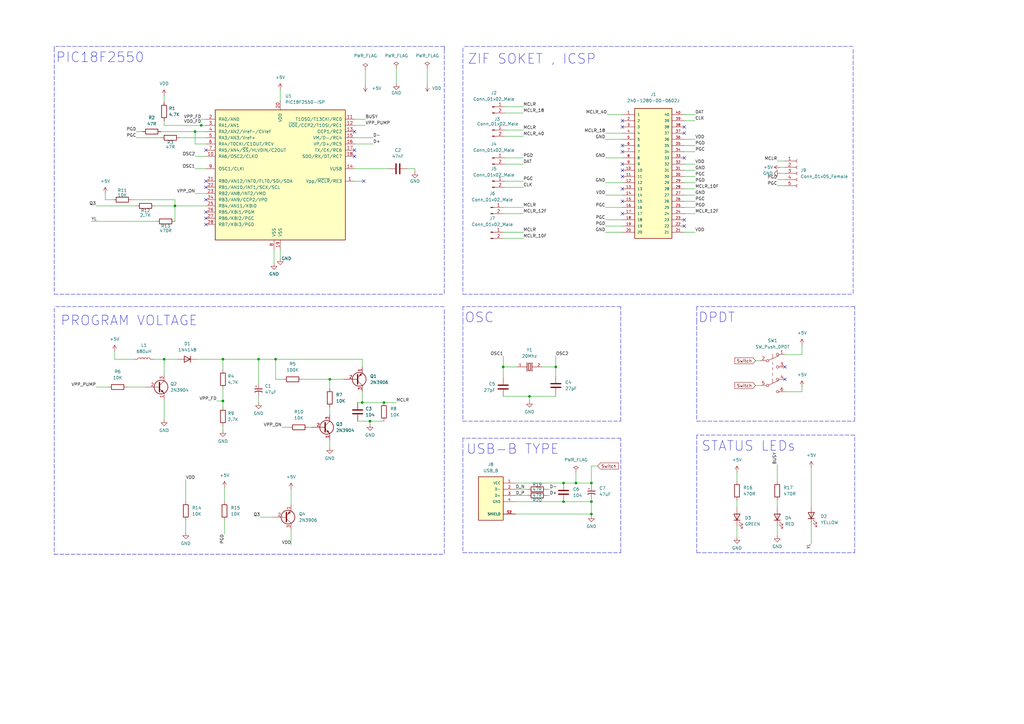
<source format=kicad_sch>
(kicad_sch (version 20211123) (generator eeschema)
  (paper "A3")
  (title_block (title "PIC Programmer") (date "2023-02-12") (rev "V1.0") (company "BURAKZSY"))
  (lib_symbols
    (symbol "Connector:Conn_01x02_Male" (pin_names (offset 1.016) hide)
      (property "Reference" "J" (at 0 2.54 0))
      (property "Value" "Conn_01x02_Male" (at 0 -5.08 0))
      (symbol "Conn_01x02_Male_1_1"
        (polyline (pts (xy 1.27 -2.54) (xy 0.8636 -2.54)) (stroke (width 0.1524)))
        (polyline (pts (xy 1.27 0) (xy 0.8636 0)) (stroke (width 0.1524)))
        (rectangle (start 0.8636 -2.413) (end 0 -2.667) (stroke (width 0.1524)) (fill (type outline)))
        (rectangle (start 0.8636 0.127) (end 0 -0.127) (stroke (width 0.1524)) (fill (type outline)))
        (pin passive line (at 5.08 0 180) (length 3.81) (name "Pin_1") (number "1"))
        (pin passive line (at 5.08 -2.54 180) (length 3.81) (name "Pin_2") (number "2"))
      )
    )
    (symbol "Connector:Conn_01x05_Female" (pin_names (offset 1.016) hide)
      (property "Reference" "J" (at 0 7.62 0))
      (property "Value" "Conn_01x05_Female" (at 0 -7.62 0))
      (symbol "Conn_01x05_Female_1_1"
        (arc (start 0 -4.572) (mid -0.508 -5.08) (end 0 -5.588) (stroke (width 0.1524)))
        (arc (start 0 -2.032) (mid -0.508 -2.54) (end 0 -3.048) (stroke (width 0.1524)))
        (polyline (pts (xy -1.27 -5.08) (xy -0.508 -5.08)) (stroke (width 0.1524)))
        (polyline (pts (xy -1.27 -2.54) (xy -0.508 -2.54)) (stroke (width 0.1524)))
        (polyline (pts (xy -1.27 0) (xy -0.508 0)) (stroke (width 0.1524)))
        (polyline (pts (xy -1.27 2.54) (xy -0.508 2.54)) (stroke (width 0.1524)))
        (polyline (pts (xy -1.27 5.08) (xy -0.508 5.08)) (stroke (width 0.1524)))
        (arc (start 0 0.508) (mid -0.508 0) (end 0 -0.508) (stroke (width 0.1524)))
        (arc (start 0 3.048) (mid -0.508 2.54) (end 0 2.032) (stroke (width 0.1524)))
        (arc (start 0 5.588) (mid -0.508 5.08) (end 0 4.572) (stroke (width 0.1524)))
        (pin passive line (at -5.08 5.08 0) (length 3.81) (name "Pin_1") (number "1"))
        (pin passive line (at -5.08 2.54 0) (length 3.81) (name "Pin_2") (number "2"))
        (pin passive line (at -5.08 0 0) (length 3.81) (name "Pin_3") (number "3"))
        (pin passive line (at -5.08 -2.54 0) (length 3.81) (name "Pin_4") (number "4"))
        (pin passive line (at -5.08 -5.08 0) (length 3.81) (name "Pin_5") (number "5"))
      )
    )
    (symbol "Device:C" (pin_numbers hide) (pin_names (offset 0.254))
      (property "Reference" "C" (at 0.635 2.54 0))
      (property "Value" "C" (at 0.635 -2.54 0))
      (symbol "C_0_1"
        (polyline (pts (xy -2.032 -0.762) (xy 2.032 -0.762)) (stroke (width 0.508)))
        (polyline (pts (xy -2.032 0.762) (xy 2.032 0.762)) (stroke (width 0.508)))
      )
      (symbol "C_1_1"
        (pin passive line (at 0 3.81 270) (length 2.794) (name "~") (number "1"))
        (pin passive line (at 0 -3.81 90) (length 2.794) (name "~") (number "2"))
      )
    )
    (symbol "Device:C_Polarized_Small_US" (pin_numbers hide) (pin_names (offset 0.254) hide)
      (property "Reference" "C" (at 0.254 1.778 0))
      (property "Value" "C_Polarized_Small_US" (at 0.254 -2.032 0))
      (symbol "C_Polarized_Small_US_0_1"
        (polyline (pts (xy -1.524 0.508) (xy 1.524 0.508)) (stroke (width 0.3048)))
        (polyline (pts (xy -1.27 1.524) (xy -0.762 1.524)))
        (polyline (pts (xy -1.016 1.27) (xy -1.016 1.778)))
        (arc (start 1.524 -0.762) (mid 0 -0.3734) (end -1.524 -0.762) (stroke (width 0.3048)))
      )
      (symbol "C_Polarized_Small_US_1_1"
        (pin passive line (at 0 2.54 270) (length 2.032) (name "~") (number "1"))
        (pin passive line (at 0 -2.54 90) (length 2.032) (name "~") (number "2"))
      )
    )
    (symbol "Device:L" (pin_numbers hide) (pin_names (offset 1.016) hide)
      (property "Reference" "L" (at -1.27 0 90))
      (property "Value" "L" (at 1.905 0 90))
      (symbol "L_0_1"
        (arc (start 0 -2.54) (mid 0.635 -1.905) (end 0 -1.27))
        (arc (start 0 -1.27) (mid 0.635 -0.635) (end 0 0))
        (arc (start 0 0) (mid 0.635 0.635) (end 0 1.27))
        (arc (start 0 1.27) (mid 0.635 1.905) (end 0 2.54))
      )
      (symbol "L_1_1"
        (pin passive line (at 0 3.81 270) (length 1.27) (name "1") (number "1"))
        (pin passive line (at 0 -3.81 90) (length 1.27) (name "2") (number "2"))
      )
    )
    (symbol "Device:LED" (pin_numbers hide) (pin_names (offset 1.016) hide)
      (property "Reference" "D" (at 0 2.54 0))
      (property "Value" "LED" (at 0 -2.54 0))
      (symbol "LED_0_1"
        (polyline (pts (xy -1.27 -1.27) (xy -1.27 1.27)) (stroke (width 0.254)))
        (polyline (pts (xy -1.27 0) (xy 1.27 0)))
        (polyline (pts (xy 1.27 -1.27) (xy 1.27 1.27) (xy -1.27 0) (xy 1.27 -1.27)) (stroke (width 0.254)))
        (polyline (pts (xy -3.048 -0.762) (xy -4.572 -2.286) (xy -3.81 -2.286) (xy -4.572 -2.286) (xy -4.572 -1.524)))
        (polyline (pts (xy -1.778 -0.762) (xy -3.302 -2.286) (xy -2.54 -2.286) (xy -3.302 -2.286) (xy -3.302 -1.524)))
      )
      (symbol "LED_1_1"
        (pin passive line (at -3.81 0 0) (length 2.54) (name "K") (number "1"))
        (pin passive line (at 3.81 0 180) (length 2.54) (name "A") (number "2"))
      )
    )
    (symbol "Device:R" (pin_numbers hide) (pin_names (offset 0))
      (property "Reference" "R" (at 2.032 0 90))
      (property "Value" "R" (at 0 0 90))
      (symbol "R_0_1"
        (rectangle (start -1.016 -2.54) (end 1.016 2.54) (stroke (width 0.254)))
      )
      (symbol "R_1_1"
        (pin passive line (at 0 3.81 270) (length 1.27) (name "~") (number "1"))
        (pin passive line (at 0 -3.81 90) (length 1.27) (name "~") (number "2"))
      )
    )
    (symbol "Diode:1N4148" (pin_numbers hide) (pin_names (offset 1.016) hide)
      (property "Reference" "D" (at 0 2.54 0))
      (property "Value" "1N4148" (at 0 -2.54 0))
      (symbol "1N4148_0_1"
        (polyline (pts (xy -1.27 1.27) (xy -1.27 -1.27)) (stroke (width 0.254)))
        (polyline (pts (xy 1.27 0) (xy -1.27 0)))
        (polyline (pts (xy 1.27 1.27) (xy 1.27 -1.27) (xy -1.27 0) (xy 1.27 1.27)) (stroke (width 0.254)))
      )
      (symbol "1N4148_1_1"
        (pin passive line (at -3.81 0 0) (length 2.54) (name "K") (number "1"))
        (pin passive line (at 3.81 0 180) (length 2.54) (name "A") (number "2"))
      )
    )
    (symbol "ECS-200-S-4X:ECS-200-S-4X" (pin_names (offset 1.016))
      (property "Reference" "Y" (at -4.5769 2.2885 0))
      (property "Value" "ECS-200-S-4X" (at -4.323 -4.5773 0))
      (symbol "ECS-200-S-4X_0_0"
        (polyline (pts (xy -2.54 0) (xy -1.016 0)) (stroke (width 0.1524)))
        (polyline (pts (xy -1.016 1.778) (xy -1.016 -1.778)) (stroke (width 0.254)))
        (polyline (pts (xy -0.381 -1.524) (xy 0.381 -1.524)) (stroke (width 0.254)))
        (polyline (pts (xy -0.381 1.524) (xy -0.381 -1.524)) (stroke (width 0.254)))
        (polyline (pts (xy 0.381 -1.524) (xy 0.381 1.524)) (stroke (width 0.254)))
        (polyline (pts (xy 0.381 1.524) (xy -0.381 1.524)) (stroke (width 0.254)))
        (polyline (pts (xy 1.016 0) (xy 2.54 0)) (stroke (width 0.1524)))
        (polyline (pts (xy 1.016 1.778) (xy 1.016 -1.778)) (stroke (width 0.254)))
        (pin passive line (at -5.08 0 0) (length 2.54) (name "~") (number "1"))
        (pin passive line (at 5.08 0 180) (length 2.54) (name "~") (number "2"))
      )
    )
    (symbol "MCU_Microchip_PIC18:PIC18F2550-ISP" (pin_names (offset 1.27))
      (property "Reference" "U" (at -25.4 27.94 0))
      (property "Value" "PIC18F2550-ISP" (at 16.51 -27.94 0))
      (symbol "PIC18F2550-ISP_0_1"
        (rectangle (start -26.67 26.67) (end 26.67 -26.67) (stroke (width 0.254)) (fill (type background)))
      )
      (symbol "PIC18F2550-ISP_1_1"
        (pin input line (at 30.48 -2.54 180) (length 3.81) (name "Vpp/~{MCLR}/RE3") (number "1"))
        (pin output line (at -30.48 7.62 0) (length 3.81) (name "RA6/OSC2/CLKO") (number "10"))
        (pin bidirectional line (at 30.48 22.86 180) (length 3.81) (name "T1OSO/T13CKI/RC0") (number "11"))
        (pin bidirectional line (at 30.48 20.32 180) (length 3.81) (name "~{UOE}/CCP2/T1OSI/RC1") (number "12"))
        (pin bidirectional line (at 30.48 17.78 180) (length 3.81) (name "CCP1/RC2") (number "13"))
        (pin bidirectional line (at 30.48 2.54 180) (length 3.81) (name "VUSB") (number "14"))
        (pin bidirectional line (at 30.48 15.24 180) (length 3.81) (name "VM/D-/RC4") (number "15"))
        (pin bidirectional line (at 30.48 12.7 180) (length 3.81) (name "VP/D+/RC5") (number "16"))
        (pin bidirectional line (at 30.48 10.16 180) (length 3.81) (name "TX/CK/RC6") (number "17"))
        (pin bidirectional line (at 30.48 7.62 180) (length 3.81) (name "SDO/RX/DT/RC7") (number "18"))
        (pin power_in line (at 0 -30.48 90) (length 3.81) (name "VSS") (number "19"))
        (pin bidirectional line (at -30.48 22.86 0) (length 3.81) (name "RA0/AN0") (number "2"))
        (pin power_in line (at 0 30.48 270) (length 3.81) (name "VDD") (number "20"))
        (pin bidirectional line (at -30.48 -2.54 0) (length 3.81) (name "RB0/AN12/INT0/FLT0/SDI/SDA") (number "21"))
        (pin bidirectional line (at -30.48 -5.08 0) (length 3.81) (name "RB1/AN10/INT1/SCK/SCL") (number "22"))
        (pin bidirectional line (at -30.48 -7.62 0) (length 3.81) (name "RB2/AN8/INT2/VMO") (number "23"))
        (pin bidirectional line (at -30.48 -10.16 0) (length 3.81) (name "RB3/AN9/CCP2/VPO") (number "24"))
        (pin bidirectional line (at -30.48 -12.7 0) (length 3.81) (name "RB4/AN11/KBI0") (number "25"))
        (pin bidirectional line (at -30.48 -15.24 0) (length 3.81) (name "RB5/KBI1/PGM") (number "26"))
        (pin bidirectional line (at -30.48 -17.78 0) (length 3.81) (name "RB6/KBI2/PGC") (number "27"))
        (pin bidirectional line (at -30.48 -20.32 0) (length 3.81) (name "RB7/KBI3/PGD") (number "28"))
        (pin bidirectional line (at -30.48 20.32 0) (length 3.81) (name "RA1/AN1") (number "3"))
        (pin bidirectional line (at -30.48 17.78 0) (length 3.81) (name "RA2/AN2/Vref-/CVref") (number "4"))
        (pin bidirectional line (at -30.48 15.24 0) (length 3.81) (name "RA3/AN3/Vref+") (number "5"))
        (pin bidirectional line (at -30.48 12.7 0) (length 3.81) (name "RA4/T0CKI/C1OUT/RCV") (number "6"))
        (pin bidirectional line (at -30.48 10.16 0) (length 3.81) (name "RA5/AN4/~{SS}/HLVDIN/C2OUT") (number "7"))
        (pin power_in line (at -2.54 -30.48 90) (length 3.81) (name "VSS") (number "8"))
        (pin input line (at -30.48 2.54 0) (length 3.81) (name "OSC1/CLKI") (number "9"))
      )
    )
    (symbol "Switch:SW_Push_DPDT" (pin_names (offset 0) hide)
      (property "Reference" "SW" (at 0 8.89 0))
      (property "Value" "SW_Push_DPDT" (at 0 -10.16 0))
      (symbol "SW_Push_DPDT_0_0"
        (circle (center -2.032 -5.08) (radius 0.508))
        (circle (center -2.032 5.08) (radius 0.508))
        (circle (center 2.032 -7.62) (radius 0.508))
        (circle (center 2.032 2.54) (radius 0.508))
      )
      (symbol "SW_Push_DPDT_0_1"
        (polyline (pts (xy -1.524 -4.826) (xy 2.54 -3.048)))
        (polyline (pts (xy -1.524 5.334) (xy 2.54 7.112)))
        (polyline (pts (xy 0 -2.286) (xy 0 -4.064)))
        (polyline (pts (xy 0 -1.016) (xy 0 0)))
        (polyline (pts (xy 0 1.27) (xy 0 2.286)))
        (polyline (pts (xy 0 3.556) (xy 0 4.572)))
        (polyline (pts (xy 0 7.874) (xy 0 6.096)))
        (circle (center 2.032 -2.54) (radius 0.508))
        (circle (center 2.032 7.62) (radius 0.508))
      )
      (symbol "SW_Push_DPDT_1_1"
        (pin passive line (at 5.08 7.62 180) (length 2.54) (name "A") (number "1"))
        (pin passive line (at -5.08 5.08 0) (length 2.54) (name "B") (number "2"))
        (pin passive line (at 5.08 2.54 180) (length 2.54) (name "C") (number "3"))
        (pin passive line (at 5.08 -2.54 180) (length 2.54) (name "A") (number "4"))
        (pin passive line (at -5.08 -5.08 0) (length 2.54) (name "B") (number "5"))
        (pin passive line (at 5.08 -7.62 180) (length 2.54) (name "C") (number "6"))
      )
    )
    (symbol "Transistor_BJT:2N3904" (pin_names (offset 0) hide)
      (property "Reference" "Q" (at 5.08 1.905 0))
      (property "Value" "2N3904" (at 5.08 0 0))
      (symbol "2N3904_0_1"
        (polyline (pts (xy 0.635 0.635) (xy 2.54 2.54)))
        (polyline (pts (xy 0.635 -0.635) (xy 2.54 -2.54) (xy 2.54 -2.54)))
        (polyline (pts (xy 0.635 1.905) (xy 0.635 -1.905) (xy 0.635 -1.905)) (stroke (width 0.508)))
        (polyline (pts (xy 1.27 -1.778) (xy 1.778 -1.27) (xy 2.286 -2.286) (xy 1.27 -1.778) (xy 1.27 -1.778)) (fill (type outline)))
        (circle (center 1.27 0) (radius 2.8194) (stroke (width 0.254)))
      )
      (symbol "2N3904_1_1"
        (pin passive line (at 2.54 -5.08 90) (length 2.54) (name "E") (number "1"))
        (pin passive line (at -5.08 0 0) (length 5.715) (name "B") (number "2"))
        (pin passive line (at 2.54 5.08 270) (length 2.54) (name "C") (number "3"))
      )
    )
    (symbol "Transistor_BJT:2N3906" (pin_names (offset 0) hide)
      (property "Reference" "Q" (at 5.08 1.905 0))
      (property "Value" "2N3906" (at 5.08 0 0))
      (symbol "2N3906_0_1"
        (polyline (pts (xy 0.635 0.635) (xy 2.54 2.54)))
        (polyline (pts (xy 0.635 -0.635) (xy 2.54 -2.54) (xy 2.54 -2.54)))
        (polyline (pts (xy 0.635 1.905) (xy 0.635 -1.905) (xy 0.635 -1.905)) (stroke (width 0.508)))
        (polyline (pts (xy 2.286 -1.778) (xy 1.778 -2.286) (xy 1.27 -1.27) (xy 2.286 -1.778) (xy 2.286 -1.778)) (fill (type outline)))
        (circle (center 1.27 0) (radius 2.8194) (stroke (width 0.254)))
      )
      (symbol "2N3906_1_1"
        (pin passive line (at 2.54 -5.08 90) (length 2.54) (name "E") (number "1"))
        (pin input line (at -5.08 0 0) (length 5.715) (name "B") (number "2"))
        (pin passive line (at 2.54 5.08 270) (length 2.54) (name "C") (number "3"))
      )
    )
    (symbol "USB-B-S-X-X-TH:USB-B-S-X-X-TH" (pin_names (offset 1.016))
      (property "Reference" "J" (at -5.08 8.89 0))
      (property "Value" "USB-B-S-X-X-TH" (at -5.08 -12.7 0))
      (symbol "USB-B-S-X-X-TH_0_0"
        (rectangle (start -5.08 -10.16) (end 5.08 7.62) (stroke (width 0.254)) (fill (type background)))
        (pin power_in line (at -10.16 5.08 0) (length 5.08) (name "VCC") (number "1"))
        (pin bidirectional line (at -10.16 2.54 0) (length 5.08) (name "D-") (number "2"))
        (pin bidirectional line (at -10.16 0 0) (length 5.08) (name "D+") (number "3"))
        (pin power_in line (at -10.16 -2.54 0) (length 5.08) (name "GND") (number "4"))
        (pin passive line (at -10.16 -7.62 0) (length 5.08) (name "SHIELD") (number "S1"))
        (pin passive line (at -10.16 -7.62 0) (length 5.08) (name "SHIELD") (number "S2"))
      )
    )
    (symbol "power:+5V" (power) (pin_names (offset 0))
      (property "Value" "+5V" (at 0 3.556 0))
      (symbol "+5V_0_1"
        (polyline (pts (xy -0.762 1.27) (xy 0 2.54)))
        (polyline (pts (xy 0 0) (xy 0 2.54)))
        (polyline (pts (xy 0 2.54) (xy 0.762 1.27)))
      )
      (symbol "+5V_1_1"
        (pin power_in line (at 0 0 90) (length 0) hide (name "+5V") (number "1"))
      )
    )
    (symbol "power:GND" (power) (pin_names (offset 0))
      (property "Value" "GND" (at 0 -3.81 0))
      (symbol "GND_0_1"
        (polyline (pts (xy 0 0) (xy 0 -1.27) (xy 1.27 -1.27) (xy 0 -2.54) (xy -1.27 -1.27) (xy 0 -1.27)))
      )
      (symbol "GND_1_1"
        (pin power_in line (at 0 0 270) (length 0) hide (name "GND") (number "1"))
      )
    )
    (symbol "power:PWR_FLAG" (power) (pin_numbers hide) (pin_names (offset 0) hide)
      (property "Value" "PWR_FLAG" (at 0 3.81 0))
      (symbol "PWR_FLAG_0_0"
        (pin power_out line (at 0 0 90) (length 0) (name "pwr") (number "1"))
      )
      (symbol "PWR_FLAG_0_1"
        (polyline (pts (xy 0 0) (xy 0 1.27) (xy -1.016 1.905) (xy 0 2.54) (xy 1.016 1.905) (xy 0 1.27)))
      )
    )
    (symbol "power:VDD" (power) (pin_names (offset 0))
      (property "Value" "VDD" (at 0 3.81 0))
      (symbol "VDD_0_1"
        (polyline (pts (xy -0.762 1.27) (xy 0 2.54)))
        (polyline (pts (xy 0 0) (xy 0 2.54)))
        (polyline (pts (xy 0 2.54) (xy 0.762 1.27)))
      )
      (symbol "VDD_1_1"
        (pin power_in line (at 0 0 90) (length 0) hide (name "VDD") (number "1"))
      )
    )
    (symbol "zif socket:240-1280-00-0602J" (pin_names (offset 1.016))
      (property "Reference" "J" (at -7.62 26.67 0))
      (property "Value" "240-1280-00-0602J" (at -7.62 -30.48 0))
      (symbol "240-1280-00-0602J_0_0"
        (rectangle (start -7.62 -27.94) (end 7.62 25.4) (stroke (width 0.254)) (fill (type background)))
        (pin passive line (at -12.7 22.86 0) (length 5.08) (name "1") (number "1"))
        (pin passive line (at -12.7 0 0) (length 5.08) (name "10") (number "10"))
        (pin passive line (at -12.7 -2.54 0) (length 5.08) (name "11") (number "11"))
        (pin passive line (at -12.7 -5.08 0) (length 5.08) (name "12") (number "12"))
        (pin passive line (at -12.7 -7.62 0) (length 5.08) (name "13") (number "13"))
        (pin passive line (at -12.7 -10.16 0) (length 5.08) (name "14") (number "14"))
        (pin passive line (at -12.7 -12.7 0) (length 5.08) (name "15") (number "15"))
        (pin passive line (at -12.7 -15.24 0) (length 5.08) (name "16") (number "16"))
        (pin passive line (at -12.7 -17.78 0) (length 5.08) (name "17") (number "17"))
        (pin passive line (at -12.7 -20.32 0) (length 5.08) (name "18") (number "18"))
        (pin passive line (at -12.7 -22.86 0) (length 5.08) (name "19") (number "19"))
        (pin passive line (at -12.7 20.32 0) (length 5.08) (name "2") (number "2"))
        (pin passive line (at -12.7 -25.4 0) (length 5.08) (name "20") (number "20"))
        (pin passive line (at 12.7 -25.4 180) (length 5.08) (name "21") (number "21"))
        (pin passive line (at 12.7 -22.86 180) (length 5.08) (name "22") (number "22"))
        (pin passive line (at 12.7 -20.32 180) (length 5.08) (name "23") (number "23"))
        (pin passive line (at 12.7 -17.78 180) (length 5.08) (name "24") (number "24"))
        (pin passive line (at 12.7 -15.24 180) (length 5.08) (name "25") (number "25"))
        (pin passive line (at 12.7 -12.7 180) (length 5.08) (name "26") (number "26"))
        (pin passive line (at 12.7 -10.16 180) (length 5.08) (name "27") (number "27"))
        (pin passive line (at 12.7 -7.62 180) (length 5.08) (name "28") (number "28"))
        (pin passive line (at 12.7 -5.08 180) (length 5.08) (name "29") (number "29"))
        (pin passive line (at -12.7 17.78 0) (length 5.08) (name "3") (number "3"))
        (pin passive line (at 12.7 -2.54 180) (length 5.08) (name "30") (number "30"))
        (pin passive line (at 12.7 0 180) (length 5.08) (name "31") (number "31"))
        (pin passive line (at 12.7 2.54 180) (length 5.08) (name "32") (number "32"))
        (pin passive line (at 12.7 5.08 180) (length 5.08) (name "33") (number "33"))
        (pin passive line (at 12.7 7.62 180) (length 5.08) (name "34") (number "34"))
        (pin passive line (at 12.7 10.16 180) (length 5.08) (name "35") (number "35"))
        (pin passive line (at 12.7 12.7 180) (length 5.08) (name "36") (number "36"))
        (pin passive line (at 12.7 15.24 180) (length 5.08) (name "37") (number "37"))
        (pin passive line (at 12.7 17.78 180) (length 5.08) (name "38") (number "38"))
        (pin passive line (at 12.7 20.32 180) (length 5.08) (name "39") (number "39"))
        (pin passive line (at -12.7 15.24 0) (length 5.08) (name "4") (number "4"))
        (pin passive line (at 12.7 22.86 180) (length 5.08) (name "40") (number "40"))
        (pin passive line (at -12.7 12.7 0) (length 5.08) (name "5") (number "5"))
        (pin passive line (at -12.7 10.16 0) (length 5.08) (name "6") (number "6"))
        (pin passive line (at -12.7 7.62 0) (length 5.08) (name "7") (number "7"))
        (pin passive line (at -12.7 5.08 0) (length 5.08) (name "8") (number "8"))
        (pin passive line (at -12.7 2.54 0) (length 5.08) (name "9") (number "9"))
      )
    )
  )
  (junction (at 231.14 198.12))
  (junction (at 151.765 172.72))
  (junction (at 206.375 150.495))
  (junction (at 71.755 84.455))
  (junction (at 242.57 210.82))
  (junction (at 106.045 147.32))
  (junction (at 91.44 147.32))
  (junction (at 227.965 150.495))
  (junction (at 242.57 198.12))
  (junction (at 236.22 198.12))
  (junction (at 242.57 205.74))
  (junction (at 157.48 165.1))
  (junction (at 82.55 51.435))
  (junction (at 135.255 155.575))
  (junction (at 148.59 165.1))
  (junction (at 80.01 53.975))
  (junction (at 231.14 205.74))
  (junction (at 113.03 147.32))
  (junction (at 217.17 162.56))
  (junction (at 91.44 164.465))
  (junction (at 67.31 147.32))
  (no_connect (at 280.67 92.71))
  (no_connect (at 280.67 90.17))
  (no_connect (at 280.67 52.07))
  (no_connect (at 280.67 54.61))
  (no_connect (at 255.27 87.63))
  (no_connect (at 255.27 67.31))
  (no_connect (at 255.27 69.85))
  (no_connect (at 255.27 59.69))
  (no_connect (at 255.27 62.23))
  (no_connect (at 255.27 72.39))
  (no_connect (at 280.67 64.77))
  (no_connect (at 255.27 82.55))
  (no_connect (at 255.27 77.47))
  (no_connect (at 255.27 49.53))
  (no_connect (at 255.27 52.07))
  (no_connect (at 84.455 74.295))
  (no_connect (at 84.455 76.835))
  (no_connect (at 84.455 81.915))
  (no_connect (at 84.455 86.995))
  (no_connect (at 321.945 155.575))
  (no_connect (at 145.415 64.135))
  (no_connect (at 145.415 61.595))
  (no_connect (at 84.455 89.535))
  (no_connect (at 84.455 92.075))
  (no_connect (at 145.415 53.975))
  (no_connect (at 321.945 150.495))
  (no_connect (at 149.225 74.295))
  (no_connect (at 84.455 61.595))
  (wire (pts (xy 113.03 147.32) (xy 106.045 147.32)))
  (wire (pts (xy 135.255 155.575) (xy 140.97 155.575)))
  (wire (pts (xy 84.455 84.455) (xy 71.755 84.455)))
  (wire (pts (xy 106.045 162.56) (xy 106.045 165.1)))
  (wire (pts (xy 80.01 53.975) (xy 84.455 53.975)))
  (wire (pts (xy 80.01 79.375) (xy 84.455 79.375)))
  (wire (pts (xy 82.55 48.895) (xy 84.455 48.895)))
  (wire (pts (xy 46.355 81.915) (xy 43.18 81.915)))
  (wire (pts (xy 67.31 49.53) (xy 67.31 51.435)))
  (wire (pts (xy 227.965 146.05) (xy 227.965 150.495)))
  (wire (pts (xy 216.535 203.2) (xy 211.455 203.2)))
  (wire (pts (xy 248.285 74.93) (xy 255.27 74.93)))
  (wire (pts (xy 145.415 56.515) (xy 153.035 56.515)))
  (wire (pts (xy 302.26 205.105) (xy 302.26 208.28)))
  (wire (pts (xy 318.77 73.66) (xy 321.945 73.66)))
  (polyline (pts (xy 285.75 131.445) (xy 285.75 172.72)))
  (wire (pts (xy 170.18 69.215) (xy 167.005 69.215)))
  (wire (pts (xy 227.965 162.56) (xy 227.965 161.925)))
  (wire (pts (xy 302.26 193.675) (xy 302.26 197.485)))
  (wire (pts (xy 280.67 87.63) (xy 285.115 87.63)))
  (polyline (pts (xy 254.635 226.695) (xy 254.635 179.705)))
  (wire (pts (xy 248.285 54.61) (xy 255.27 54.61)))
  (wire (pts (xy 216.535 200.66) (xy 211.455 200.66)))
  (wire (pts (xy 224.155 203.2) (xy 225.425 203.2)))
  (polyline (pts (xy 182.245 20.32) (xy 182.245 120.65)))
  (wire (pts (xy 46.99 144.145) (xy 46.99 147.32)))
  (wire (pts (xy 207.01 74.295) (xy 214.63 74.295)))
  (wire (pts (xy 135.255 180.34) (xy 135.255 183.515)))
  (wire (pts (xy 280.67 77.47) (xy 285.115 77.47)))
  (wire (pts (xy 280.67 46.99) (xy 285.115 46.99)))
  (polyline (pts (xy 22.225 19.05) (xy 22.225 19.685)))
  (polyline (pts (xy 349.885 20.32) (xy 349.885 120.65)))
  (wire (pts (xy 206.375 85.09) (xy 214.63 85.09)))
  (wire (pts (xy 206.375 97.79) (xy 214.63 97.79)))
  (wire (pts (xy 91.44 151.765) (xy 91.44 147.32)))
  (polyline (pts (xy 285.75 178.435) (xy 285.75 184.15)))
  (polyline (pts (xy 349.885 19.05) (xy 189.865 19.05)))
  (wire (pts (xy 207.01 64.77) (xy 214.63 64.77)))
  (wire (pts (xy 242.57 191.135) (xy 245.11 191.135)))
  (polyline (pts (xy 182.245 20.32) (xy 182.245 19.05)))
  (wire (pts (xy 207.01 55.88) (xy 214.63 55.88)))
  (wire (pts (xy 66.04 53.975) (xy 80.01 53.975)))
  (wire (pts (xy 318.77 215.9) (xy 318.77 219.71)))
  (wire (pts (xy 113.03 155.575) (xy 113.03 147.32)))
  (wire (pts (xy 211.455 205.74) (xy 231.14 205.74)))
  (polyline (pts (xy 254.635 179.705) (xy 189.865 179.705)))
  (wire (pts (xy 242.57 198.12) (xy 242.57 199.39)))
  (wire (pts (xy 52.07 158.75) (xy 59.69 158.75)))
  (wire (pts (xy 91.44 174.625) (xy 91.44 176.53)))
  (wire (pts (xy 206.375 146.05) (xy 206.375 150.495)))
  (wire (pts (xy 135.255 167.005) (xy 135.255 170.18)))
  (wire (pts (xy 80.01 64.135) (xy 84.455 64.135)))
  (wire (pts (xy 53.975 81.915) (xy 71.755 81.915)))
  (wire (pts (xy 63.5 84.455) (xy 71.755 84.455)))
  (polyline (pts (xy 22.225 120.65) (xy 182.245 120.65)))
  (polyline (pts (xy 189.865 185.42) (xy 189.865 226.695)))
  (wire (pts (xy 248.285 92.71) (xy 255.27 92.71)))
  (polyline (pts (xy 350.52 172.72) (xy 350.52 125.73)))
  (polyline (pts (xy 182.245 19.05) (xy 22.225 19.05)))
  (wire (pts (xy 328.93 158.75) (xy 328.93 160.655)))
  (wire (pts (xy 82.55 51.435) (xy 84.455 51.435)))
  (wire (pts (xy 88.9 164.465) (xy 91.44 164.465)))
  (polyline (pts (xy 254.635 172.72) (xy 254.635 125.73)))
  (wire (pts (xy 106.045 157.48) (xy 106.045 147.32)))
  (wire (pts (xy 320.04 71.12) (xy 321.945 71.12)))
  (wire (pts (xy 55.88 53.975) (xy 58.42 53.975)))
  (wire (pts (xy 206.375 95.25) (xy 214.63 95.25)))
  (wire (pts (xy 248.92 46.99) (xy 255.27 46.99)))
  (wire (pts (xy 280.67 57.15) (xy 285.115 57.15)))
  (wire (pts (xy 67.31 147.32) (xy 73.025 147.32)))
  (wire (pts (xy 207.01 46.355) (xy 214.63 46.355)))
  (wire (pts (xy 67.31 39.37) (xy 67.31 41.91)))
  (wire (pts (xy 321.945 145.415) (xy 328.93 145.415)))
  (wire (pts (xy 170.18 70.485) (xy 170.18 69.215)))
  (wire (pts (xy 280.67 59.69) (xy 285.115 59.69)))
  (wire (pts (xy 84.455 59.055) (xy 80.01 59.055)))
  (wire (pts (xy 114.935 102.235) (xy 114.935 106.045)))
  (wire (pts (xy 248.285 95.25) (xy 255.27 95.25)))
  (wire (pts (xy 318.77 205.105) (xy 318.77 208.28)))
  (wire (pts (xy 62.865 147.32) (xy 67.31 147.32)))
  (wire (pts (xy 280.67 74.93) (xy 285.115 74.93)))
  (polyline (pts (xy 189.865 179.705) (xy 189.865 185.42)))
  (wire (pts (xy 92.075 200.025) (xy 92.075 205.74)))
  (wire (pts (xy 106.68 212.09) (xy 111.76 212.09)))
  (wire (pts (xy 37.465 90.805) (xy 64.135 90.805)))
  (wire (pts (xy 157.48 165.1) (xy 162.56 165.1)))
  (wire (pts (xy 76.2 196.85) (xy 76.2 205.74)))
  (wire (pts (xy 82.55 50.8) (xy 82.55 51.435)))
  (wire (pts (xy 211.455 198.12) (xy 231.14 198.12)))
  (polyline (pts (xy 189.865 172.72) (xy 254.635 172.72)))
  (wire (pts (xy 280.67 69.85) (xy 285.115 69.85)))
  (wire (pts (xy 126.365 175.26) (xy 127.635 175.26)))
  (polyline (pts (xy 254.635 125.73) (xy 189.865 125.73)))
  (wire (pts (xy 145.415 74.295) (xy 149.225 74.295)))
  (wire (pts (xy 248.285 80.01) (xy 255.27 80.01)))
  (wire (pts (xy 242.57 205.74) (xy 231.14 205.74)))
  (polyline (pts (xy 285.75 172.72) (xy 350.52 172.72)))
  (wire (pts (xy 39.37 84.455) (xy 55.88 84.455)))
  (wire (pts (xy 207.01 76.835) (xy 214.63 76.835)))
  (wire (pts (xy 146.685 165.1) (xy 148.59 165.1)))
  (wire (pts (xy 71.755 81.915) (xy 71.755 84.455)))
  (wire (pts (xy 151.765 172.72) (xy 157.48 172.72)))
  (wire (pts (xy 302.26 215.9) (xy 302.26 220.345)))
  (wire (pts (xy 76.2 213.36) (xy 76.2 218.44)))
  (polyline (pts (xy 22.225 227.33) (xy 182.245 227.33)))
  (wire (pts (xy 119.38 200.66) (xy 119.38 207.01)))
  (polyline (pts (xy 189.865 125.73) (xy 189.865 131.445)))
  (wire (pts (xy 148.59 165.1) (xy 157.48 165.1)))
  (wire (pts (xy 242.57 204.47) (xy 242.57 205.74)))
  (wire (pts (xy 43.18 81.915) (xy 43.18 79.375)))
  (polyline (pts (xy 189.865 131.445) (xy 189.865 172.72)))
  (wire (pts (xy 80.01 59.055) (xy 80.01 53.975)))
  (wire (pts (xy 231.14 198.12) (xy 236.22 198.12)))
  (wire (pts (xy 318.77 66.04) (xy 321.945 66.04)))
  (wire (pts (xy 224.155 200.66) (xy 225.425 200.66)))
  (wire (pts (xy 46.99 147.32) (xy 55.245 147.32)))
  (wire (pts (xy 280.67 67.31) (xy 285.115 67.31)))
  (wire (pts (xy 67.31 147.32) (xy 67.31 153.67)))
  (wire (pts (xy 39.37 158.75) (xy 44.45 158.75)))
  (wire (pts (xy 206.375 150.495) (xy 212.09 150.495)))
  (polyline (pts (xy 350.52 178.435) (xy 285.75 178.435)))
  (wire (pts (xy 123.825 155.575) (xy 135.255 155.575)))
  (wire (pts (xy 148.59 147.32) (xy 148.59 150.495)))
  (wire (pts (xy 55.88 56.515) (xy 66.04 56.515)))
  (wire (pts (xy 91.44 164.465) (xy 91.44 167.005)))
  (wire (pts (xy 206.375 150.495) (xy 206.375 154.94)))
  (wire (pts (xy 332.74 191.77) (xy 332.74 207.645)))
  (wire (pts (xy 217.17 162.56) (xy 217.17 164.465)))
  (wire (pts (xy 145.415 59.055) (xy 153.035 59.055)))
  (wire (pts (xy 114.935 36.83) (xy 114.935 41.275)))
  (wire (pts (xy 236.22 193.675) (xy 236.22 198.12)))
  (wire (pts (xy 207.01 43.815) (xy 214.63 43.815)))
  (polyline (pts (xy 350.52 125.73) (xy 285.75 125.73)))
  (wire (pts (xy 321.945 160.655) (xy 328.93 160.655)))
  (wire (pts (xy 248.285 57.15) (xy 255.27 57.15)))
  (wire (pts (xy 248.285 85.09) (xy 255.27 85.09)))
  (polyline (pts (xy 182.245 127) (xy 182.245 227.33)))
  (wire (pts (xy 149.86 28.575) (xy 149.86 34.925)))
  (wire (pts (xy 145.415 48.895) (xy 149.86 48.895)))
  (polyline (pts (xy 350.52 226.695) (xy 350.52 178.435)))
  (polyline (pts (xy 182.245 125.73) (xy 22.225 125.73)))
  (wire (pts (xy 71.755 84.455) (xy 71.755 90.805)))
  (wire (pts (xy 280.67 95.25) (xy 285.115 95.25)))
  (wire (pts (xy 280.67 72.39) (xy 285.115 72.39)))
  (wire (pts (xy 227.965 150.495) (xy 227.965 154.305)))
  (wire (pts (xy 92.075 213.36) (xy 92.075 219.075)))
  (wire (pts (xy 248.285 64.77) (xy 255.27 64.77)))
  (wire (pts (xy 206.375 162.56) (xy 217.17 162.56)))
  (wire (pts (xy 309.88 147.955) (xy 311.785 147.955)))
  (polyline (pts (xy 285.75 226.695) (xy 350.52 226.695)))
  (wire (pts (xy 242.57 191.135) (xy 242.57 198.12)))
  (wire (pts (xy 207.01 67.31) (xy 214.63 67.31)))
  (wire (pts (xy 91.44 159.385) (xy 91.44 164.465)))
  (wire (pts (xy 242.57 210.82) (xy 242.57 211.455)))
  (wire (pts (xy 80.645 147.32) (xy 91.44 147.32)))
  (wire (pts (xy 115.57 175.26) (xy 118.745 175.26)))
  (polyline (pts (xy 285.75 184.15) (xy 285.75 226.695)))
  (wire (pts (xy 280.67 82.55) (xy 285.115 82.55)))
  (wire (pts (xy 148.59 160.655) (xy 148.59 165.1)))
  (wire (pts (xy 67.31 51.435) (xy 82.55 51.435)))
  (wire (pts (xy 112.395 102.235) (xy 112.395 107.95)))
  (wire (pts (xy 207.01 53.34) (xy 214.63 53.34)))
  (wire (pts (xy 332.74 215.265) (xy 332.74 222.885)))
  (wire (pts (xy 280.67 80.01) (xy 285.115 80.01)))
  (wire (pts (xy 148.59 147.32) (xy 113.03 147.32)))
  (wire (pts (xy 119.38 217.17) (xy 119.38 223.52)))
  (wire (pts (xy 67.31 163.83) (xy 67.31 172.085)))
  (wire (pts (xy 145.415 51.435) (xy 149.86 51.435)))
  (wire (pts (xy 162.56 27.94) (xy 162.56 34.29)))
  (polyline (pts (xy 22.225 19.685) (xy 22.225 120.65)))
  (wire (pts (xy 206.375 87.63) (xy 214.63 87.63)))
  (wire (pts (xy 318.77 190.5) (xy 318.77 197.485)))
  (wire (pts (xy 222.25 150.495) (xy 227.965 150.495)))
  (wire (pts (xy 106.045 147.32) (xy 91.44 147.32)))
  (wire (pts (xy 280.67 49.53) (xy 285.115 49.53)))
  (wire (pts (xy 80.01 69.215) (xy 84.455 69.215)))
  (wire (pts (xy 145.415 69.215) (xy 159.385 69.215)))
  (polyline (pts (xy 22.225 126.365) (xy 22.225 227.33)))
  (wire (pts (xy 211.455 210.82) (xy 242.57 210.82)))
  (wire (pts (xy 318.77 76.2) (xy 321.945 76.2)))
  (polyline (pts (xy 189.865 120.65) (xy 349.885 120.65)))
  (wire (pts (xy 248.285 90.17) (xy 255.27 90.17)))
  (wire (pts (xy 116.205 155.575) (xy 113.03 155.575)))
  (wire (pts (xy 280.67 62.23) (xy 285.115 62.23)))
  (wire (pts (xy 135.255 155.575) (xy 135.255 159.385)))
  (wire (pts (xy 217.17 162.56) (xy 227.965 162.56)))
  (wire (pts (xy 242.57 205.74) (xy 242.57 210.82)))
  (wire (pts (xy 73.66 56.515) (xy 84.455 56.515)))
  (wire (pts (xy 151.765 172.72) (xy 151.765 173.99)))
  (wire (pts (xy 146.685 172.72) (xy 151.765 172.72)))
  (polyline (pts (xy 189.865 19.685) (xy 189.865 120.65)))
  (polyline (pts (xy 285.75 125.73) (xy 285.75 131.445)))
  (polyline (pts (xy 189.865 226.695) (xy 254.635 226.695)))
  (wire (pts (xy 320.04 68.58) (xy 321.945 68.58)))
  (wire (pts (xy 280.67 85.09) (xy 285.115 85.09)))
  (wire (pts (xy 236.22 198.12) (xy 242.57 198.12)))
  (wire (pts (xy 309.88 158.115) (xy 311.785 158.115)))
  (wire (pts (xy 175.26 27.94) (xy 175.26 34.925)))
  (wire (pts (xy 328.93 141.605) (xy 328.93 145.415)))
  (text "PIC18F2550" (at 22.86 26.035 0) (effects (font (size 4 4)) (justify left bottom)))
  (text "OSC" (at 190.5 132.715 0) (effects (font (size 4 4)) (justify left bottom)))
  (text "DPDT" (at 286.385 132.715 0) (effects (font (size 4 4)) (justify left bottom)))
  (text "USB-B TYPE " (at 191.135 186.69 0) (effects (font (size 4 4)) (justify left bottom)))
  (text "ZIF SOKET , ICSP" (at 191.77 26.67 0) (effects (font (size 4 4)) (justify left bottom)))
  (text "PROGRAM VOLTAGE" (at 24.765 133.985 0) (effects (font (size 4 4)) (justify left bottom)))
  (text "STATUS LEDs" (at 287.655 185.42 0) (effects (font (size 4 4)) (justify left bottom)))
  (label "D_N" (at 211.455 200.66 0))
  (label "BUSY" (at 318.77 190.5 90))
  (label "GND" (at 285.115 80.01 0))
  (label "OSC1" (at 206.375 146.05 180))
  (label "VDD" (at 248.285 80.01 180))
  (label "GND" (at 248.285 57.15 180))
  (label "YL" (at 332.74 222.885 270))
  (label "MCLR" (at 162.56 165.1 0))
  (label "VDD_FD" (at 82.55 50.8 180))
  (label "GND" (at 248.285 64.77 180))
  (label "PGC" (at 318.77 76.2 180))
  (label "DAT" (at 214.63 67.31 0))
  (label "PGC" (at 248.285 85.09 180))
  (label "D+" (at 153.035 59.055 0))
  (label "MCLR_12F" (at 214.63 87.63 0))
  (label "PGC" (at 248.285 90.17 180))
  (label "PGD" (at 285.115 85.09 0))
  (label "MCLR_18" (at 214.63 46.355 0))
  (label "PGC" (at 214.63 74.295 0))
  (label "CLK" (at 214.63 76.835 0))
  (label "YL" (at 37.465 90.805 0))
  (label "VPP_PUMP" (at 149.86 51.435 0))
  (label "PGD" (at 214.63 64.77 0))
  (label "VDD" (at 285.115 57.15 0))
  (label "OSC2" (at 227.965 146.05 0))
  (label "PGD" (at 285.115 74.93 0))
  (label "MCLR_40" (at 214.63 55.88 0))
  (label "VPP_FD" (at 88.9 164.465 180))
  (label "VPP_PUMP" (at 39.37 158.75 180))
  (label "VDD" (at 119.38 223.52 180))
  (label "MCLR" (at 214.63 85.09 0))
  (label "VPP_ON" (at 115.57 175.26 180))
  (label "PGD" (at 318.77 73.66 180))
  (label "VPP_ON" (at 80.01 79.375 180))
  (label "OSC1" (at 80.01 69.215 180))
  (label "MCLR" (at 214.63 53.34 0))
  (label "BUSY" (at 149.86 48.895 0))
  (label "GND" (at 248.285 74.93 180))
  (label "VDD" (at 285.115 67.31 0))
  (label "PGC" (at 285.115 82.55 0))
  (label "PGD" (at 92.075 219.075 270))
  (label "MCLR" (at 214.63 95.25 0))
  (label "VPP_FD" (at 82.55 48.895 180))
  (label "VDD" (at 285.115 95.25 0))
  (label "MCLR_10F" (at 285.115 77.47 0))
  (label "D-" (at 225.425 200.66 0))
  (label "MCLR_10F" (at 214.63 97.79 0))
  (label "PGC" (at 55.88 56.515 180))
  (label "OSC2" (at 80.01 64.135 180))
  (label "Q3" (at 39.37 84.455 180))
  (label "MCLR" (at 318.77 66.04 180))
  (label "D-" (at 153.035 56.515 0))
  (label "PGC" (at 285.115 72.39 0))
  (label "D_P" (at 211.455 203.2 0))
  (label "PGD" (at 285.115 59.69 0))
  (label "MCLR_12F" (at 285.115 87.63 0))
  (label "MCLR_18" (at 248.285 54.61 180))
  (label "PGD" (at 55.88 53.975 180))
  (label "GND" (at 248.285 95.25 180))
  (label "GND" (at 285.115 69.85 0))
  (label "CLK" (at 285.115 49.53 0))
  (label "PGC" (at 285.115 62.23 0))
  (label "VDD" (at 76.2 196.85 0))
  (label "MCLR" (at 214.63 43.815 0))
  (label "Q3" (at 106.68 212.09 180))
  (label "D+" (at 225.425 203.2 0))
  (label "PGD" (at 248.285 92.71 180))
  (label "DAT" (at 285.115 46.99 0))
  (label "MCLR_40" (at 248.92 46.99 180))
  (global_label "Switch" (shape input) (at 309.88 158.115 180) (property "Intersheet References" "${INTERSHEET_REFS}" (effects hide)))
  (global_label "Switch" (shape input) (at 245.11 191.135 0) (property "Intersheet References" "${INTERSHEET_REFS}" (effects hide)))
  (global_label "Switch" (shape input) (at 309.88 147.955 180) (property "Intersheet References" "${INTERSHEET_REFS}" (effects hide)))
  (symbol (lib_id "power:GND") (at 302.26 220.345 0) (unit 1)
    (property "Reference" "#PWR0119" (effects hide))
    (property "Value" "GND" (at 302.26 224.79 0))
  )
  (symbol (lib_id "power:+5V") (at 320.04 68.58 90) (unit 1)
    (property "Reference" "#PWR0128" (effects hide))
    (property "Value" "+5V" (at 313.055 68.58 90) (effects (justify right)))
  )
  (symbol (lib_id "Device:R") (at 122.555 175.26 90) (unit 1)
    (property "Reference" "R10" (at 122.555 168.91 90))
    (property "Value" "10K" (at 122.555 171.45 90))
    (property "Footprint" "Resistor_THT:R_Axial_DIN0207_L6.3mm_D2.5mm_P7.62mm_Horizontal" (effects hide))
  )
  (symbol (lib_id "power:GND") (at 242.57 211.455 0) (unit 1)
    (property "Reference" "#PWR0116" (effects hide))
    (property "Value" "GND" (at 242.57 215.9 0))
  )
  (symbol (lib_id "power:+5V") (at 119.38 200.66 0) (unit 1)
    (property "Reference" "#PWR0107" (effects hide))
    (property "Value" "+5V" (at 119.38 195.58 0))
  )
  (symbol (lib_id "Device:R") (at 76.2 209.55 0) (unit 1)
    (property "Reference" "R14" (at 78.74 208.2799 0) (effects (justify left)))
    (property "Value" "10K" (at 78.74 210.8199 0) (effects (justify left)))
    (property "Footprint" "Resistor_THT:R_Axial_DIN0207_L6.3mm_D2.5mm_P7.62mm_Horizontal" (effects hide))
  )
  (symbol (lib_id "power:GND") (at 112.395 107.95 0) (unit 1)
    (property "Reference" "#PWR0102" (effects hide))
    (property "Value" "GND" (at 112.395 112.395 0))
  )
  (symbol (lib_id "zif socket:240-1280-00-0602J") (at 267.97 69.85 0) (unit 1)
    (property "Reference" "J1" (at 267.97 38.735 0))
    (property "Value" "240-1280-00-0602J" (at 267.97 41.275 0))
    (property "Footprint" "zif:3M_240-1280-00-0602J" (effects hide))
    (property "PARTREV" "E" (effects hide))
    (property "STANDARD" "Manufacturer Recommendations" (effects hide))
    (property "MANUFACTURER" "3M" (effects hide))
    (property "MAXIMUM_PACKAGE_HEIGHT" "23.60 mm" (effects hide))
  )
  (symbol (lib_id "Transistor_BJT:2N3906") (at 146.05 155.575 0) (mirror x) (unit 1)
    (property "Reference" "Q1" (at 151.765 154.3049 0) (effects (justify left)))
    (property "Value" "2N3906" (at 151.765 156.8449 0) (effects (justify left)))
    (property "Footprint" "Package_TO_SOT_THT:TO-92_Inline" (effects hide))
    (property "Datasheet" "https://www.onsemi.com/pub/Collateral/2N3906-D.PDF" (effects hide))
  )
  (symbol (lib_id "power:+5V") (at 328.93 141.605 0) (unit 1)
    (property "Reference" "#PWR0126" (effects hide))
    (property "Value" "+5V" (at 328.93 136.525 0))
  )
  (symbol (lib_id "Transistor_BJT:2N3904") (at 132.715 175.26 0) (unit 1)
    (property "Reference" "Q3" (at 137.795 173.9899 0) (effects (justify left)))
    (property "Value" "2N3904" (at 137.795 176.5299 0) (effects (justify left)))
    (property "Footprint" "Package_TO_SOT_THT:TO-92_Inline" (effects hide))
    (property "Datasheet" "https://www.onsemi.com/pub/Collateral/2N3903-D.PDF" (effects hide))
  )
  (symbol (lib_id "Device:R") (at 120.015 155.575 90) (unit 1)
    (property "Reference" "R5" (at 120.015 149.225 90))
    (property "Value" "100K" (at 120.015 151.765 90))
    (property "Footprint" "Resistor_THT:R_Axial_DIN0207_L6.3mm_D2.5mm_P7.62mm_Horizontal" (effects hide))
  )
  (symbol (lib_id "power:+5V") (at 114.935 36.83 0) (unit 1)
    (property "Reference" "#PWR0115" (effects hide))
    (property "Value" "+5V" (at 114.935 31.75 0))
  )
  (symbol (lib_id "power:+5V") (at 332.74 191.77 0) (unit 1)
    (property "Reference" "#PWR0121" (effects hide))
    (property "Value" "+5V" (at 332.74 186.69 0))
  )
  (symbol (lib_id "USB-B-S-X-X-TH:USB-B-S-X-X-TH") (at 201.295 203.2 0) (mirror y) (unit 1)
    (property "Reference" "J8" (at 201.295 190.5 0))
    (property "Value" "USB_B" (at 201.295 193.04 0))
    (property "Footprint" "USB_B_TYPE:SAMTEC_USB-B-S-X-X-TH" (effects hide))
    (property "PARTREV" "Q" (effects hide))
    (property "STANDARD" "Manufacturer Recommendations" (effects hide))
    (property "MANUFACTURER" "Samtec" (effects hide))
    (property "MAXIMUM_PACKAGE_HEIGHT" "10.95 mm" (effects hide))
  )
  (symbol (lib_id "power:+5V") (at 92.075 200.025 0) (unit 1)
    (property "Reference" "#PWR0105" (effects hide))
    (property "Value" "+5V" (at 92.075 194.945 0))
  )
  (symbol (lib_id "Device:R") (at 302.26 201.295 0) (unit 1)
    (property "Reference" "R16" (at 304.8 200.0249 0) (effects (justify left)))
    (property "Value" "470R" (at 304.8 202.5649 0) (effects (justify left)))
    (property "Footprint" "Resistor_THT:R_Axial_DIN0207_L6.3mm_D2.5mm_P7.62mm_Horizontal" (effects hide))
  )
  (symbol (lib_id "power:+5V") (at 328.93 158.75 0) (unit 1)
    (property "Reference" "#PWR0117" (effects hide))
    (property "Value" "+5V" (at 328.93 153.67 0))
  )
  (symbol (lib_id "Device:LED") (at 302.26 212.09 90) (unit 1)
    (property "Reference" "D3" (at 305.435 212.4074 90) (effects (justify right)))
    (property "Value" "GREEN" (at 305.435 214.9474 90) (effects (justify right)))
    (property "Footprint" "LED_THT:LED_D5.0mm" (effects hide))
  )
  (symbol (lib_id "Device:R") (at 50.165 81.915 90) (unit 1)
    (property "Reference" "R11" (at 50.165 78.105 90))
    (property "Value" "10K" (at 50.165 80.01 90))
    (property "Footprint" "Resistor_THT:R_Axial_DIN0207_L6.3mm_D2.5mm_P7.62mm_Horizontal" (effects hide))
  )
  (symbol (lib_id "Device:C") (at 163.195 69.215 90) (unit 1)
    (property "Reference" "C2" (at 163.195 61.595 90))
    (property "Value" "47nF" (at 163.195 64.135 90))
    (property "Footprint" "Capacitor_THT:C_Disc_D5.0mm_W2.5mm_P2.50mm" (effects hide))
  )
  (symbol (lib_id "power:PWR_FLAG") (at 236.22 193.675 0) (unit 1)
    (property "Reference" "#FLG0104" (effects hide))
    (property "Value" "PWR_FLAG" (at 236.22 188.595 0))
  )
  (symbol (lib_id "Device:R") (at 62.23 53.975 90) (unit 1)
    (property "Reference" "R2" (at 62.23 48.26 90))
    (property "Value" "47R" (at 62.23 50.8 90))
    (property "Footprint" "Resistor_THT:R_Axial_DIN0207_L6.3mm_D2.5mm_P7.62mm_Horizontal" (effects hide))
  )
  (symbol (lib_id "power:GND") (at 162.56 34.29 0) (unit 1)
    (property "Reference" "#PWR0124" (effects hide))
    (property "Value" "GND" (at 162.56 38.1 0))
  )
  (symbol (lib_id "Device:R") (at 67.31 45.72 0) (unit 1)
    (property "Reference" "R1" (at 69.215 44.4499 0) (effects (justify left)))
    (property "Value" "4.7K" (at 69.215 46.9899 0) (effects (justify left)))
    (property "Footprint" "Resistor_THT:R_Axial_DIN0207_L6.3mm_D2.5mm_P7.62mm_Horizontal" (effects hide))
  )
  (symbol (lib_id "power:GND") (at 151.765 173.99 0) (unit 1)
    (property "Reference" "#PWR0109" (effects hide))
    (property "Value" "GND" (at 151.765 178.435 0))
  )
  (symbol (lib_id "Connector:Conn_01x02_Male") (at 201.295 85.09 0) (unit 1)
    (property "Reference" "J6" (at 201.93 79.375 0))
    (property "Value" "Conn_01x02_Male" (at 201.93 81.915 0))
    (property "Footprint" "Connector_PinHeader_2.54mm:PinHeader_1x02_P2.54mm_Vertical" (effects hide))
  )
  (symbol (lib_id "Device:R") (at 91.44 155.575 0) (unit 1)
    (property "Reference" "R4" (at 93.345 154.3049 0) (effects (justify left)))
    (property "Value" "4.7K" (at 93.345 156.8449 0) (effects (justify left)))
    (property "Footprint" "Resistor_THT:R_Axial_DIN0207_L6.3mm_D2.5mm_P7.62mm_Horizontal" (effects hide))
  )
  (symbol (lib_id "Device:C") (at 231.14 201.93 180) (unit 1)
    (property "Reference" "C6" (at 234.95 200.6599 0) (effects (justify right)))
    (property "Value" "104" (at 234.95 203.1999 0) (effects (justify right)))
    (property "Footprint" "Capacitor_THT:C_Disc_D6.0mm_W2.5mm_P5.00mm" (effects hide))
  )
  (symbol (lib_id "power:GND") (at 114.935 106.045 0) (unit 1)
    (property "Reference" "#PWR0101" (effects hide))
    (property "Value" "GND" (at 117.475 106.045 0))
  )
  (symbol (lib_id "Device:C") (at 227.965 158.115 180) (unit 1)
    (property "Reference" "C4" (at 231.775 156.8449 0) (effects (justify right)))
    (property "Value" "27pF" (at 231.775 159.3849 0) (effects (justify right)))
    (property "Footprint" "Capacitor_THT:C_Disc_D5.0mm_W2.5mm_P2.50mm" (effects hide))
  )
  (symbol (lib_id "Device:C") (at 206.375 158.75 0) (mirror x) (unit 1)
    (property "Reference" "C5" (at 203.2 157.4799 0) (effects (justify right)))
    (property "Value" "27pF" (at 203.2 160.0199 0) (effects (justify right)))
    (property "Footprint" "Capacitor_THT:C_Disc_D5.0mm_W2.5mm_P2.50mm" (effects hide))
  )
  (symbol (lib_id "Device:R") (at 220.345 203.2 270) (unit 1)
    (property "Reference" "R20" (at 220.345 205.105 90))
    (property "Value" "47R" (at 220.345 203.2 90))
    (property "Footprint" "Resistor_THT:R_Axial_DIN0207_L6.3mm_D2.5mm_P7.62mm_Horizontal" (effects hide))
  )
  (symbol (lib_id "Device:R") (at 67.945 90.805 90) (unit 1)
    (property "Reference" "R13" (at 67.945 92.71 90))
    (property "Value" "470R" (at 67.945 94.615 90))
    (property "Footprint" "Resistor_THT:R_Axial_DIN0207_L6.3mm_D2.5mm_P7.62mm_Horizontal" (effects hide))
  )
  (symbol (lib_id "Device:R") (at 135.255 163.195 0) (unit 1)
    (property "Reference" "R7" (at 137.795 161.9249 0) (effects (justify left)))
    (property "Value" "10K" (at 137.795 164.4649 0) (effects (justify left)))
    (property "Footprint" "Resistor_THT:R_Axial_DIN0207_L6.3mm_D2.5mm_P7.62mm_Horizontal" (effects hide))
  )
  (symbol (lib_id "Connector:Conn_01x02_Male") (at 201.93 64.77 0) (unit 1)
    (property "Reference" "J4" (at 202.565 59.055 0))
    (property "Value" "Conn_01x02_Male" (at 202.565 61.595 0))
    (property "Footprint" "Connector_PinHeader_2.54mm:PinHeader_1x02_P2.54mm_Vertical" (effects hide))
  )
  (symbol (lib_id "Device:R") (at 157.48 168.91 0) (unit 1)
    (property "Reference" "R8" (at 160.02 167.6399 0) (effects (justify left)))
    (property "Value" "10K" (at 160.02 170.1799 0) (effects (justify left)))
    (property "Footprint" "Resistor_THT:R_Axial_DIN0207_L6.3mm_D2.5mm_P7.62mm_Horizontal" (effects hide))
  )
  (symbol (lib_id "Transistor_BJT:2N3904") (at 64.77 158.75 0) (unit 1)
    (property "Reference" "Q2" (at 69.85 157.4799 0) (effects (justify left)))
    (property "Value" "2N3904" (at 69.85 160.0199 0) (effects (justify left)))
    (property "Footprint" "Package_TO_SOT_THT:TO-92_Inline" (effects hide))
    (property "Datasheet" "https://www.onsemi.com/pub/Collateral/2N3903-D.PDF" (effects hide))
  )
  (symbol (lib_id "power:GND") (at 106.045 165.1 0) (unit 1)
    (property "Reference" "#PWR0111" (effects hide))
    (property "Value" "GND" (at 106.045 169.545 0))
  )
  (symbol (lib_id "power:GND") (at 217.17 164.465 0) (unit 1)
    (property "Reference" "#PWR0103" (effects hide))
    (property "Value" "GND" (at 217.17 168.91 0))
  )
  (symbol (lib_id "Device:R") (at 48.26 158.75 90) (unit 1)
    (property "Reference" "R6" (at 48.26 152.4 90))
    (property "Value" "10K" (at 48.26 154.94 90))
    (property "Footprint" "Resistor_THT:R_Axial_DIN0207_L6.3mm_D2.5mm_P7.62mm_Horizontal" (effects hide))
  )
  (symbol (lib_id "Device:R") (at 92.075 209.55 0) (unit 1)
    (property "Reference" "R15" (at 94.615 208.2799 0) (effects (justify left)))
    (property "Value" "10K" (at 94.615 210.8199 0) (effects (justify left)))
    (property "Footprint" "Resistor_THT:R_Axial_DIN0207_L6.3mm_D2.5mm_P7.62mm_Horizontal" (effects hide))
  )
  (symbol (lib_id "power:GND") (at 91.44 176.53 0) (unit 1)
    (property "Reference" "#PWR0110" (effects hide))
    (property "Value" "GND" (at 91.44 180.975 0))
  )
  (symbol (lib_id "Device:R") (at 220.345 200.66 90) (unit 1)
    (property "Reference" "R19" (at 220.345 198.755 90))
    (property "Value" "47R" (at 220.345 200.66 90))
    (property "Footprint" "Resistor_THT:R_Axial_DIN0207_L6.3mm_D2.5mm_P7.62mm_Horizontal" (effects hide))
  )
  (symbol (lib_id "Device:LED") (at 332.74 211.455 90) (unit 1)
    (property "Reference" "D2" (at 336.55 211.7724 90) (effects (justify right)))
    (property "Value" "YELLOW" (at 336.55 214.3124 90) (effects (justify right)))
    (property "Footprint" "LED_THT:LED_D5.0mm" (effects hide))
  )
  (symbol (lib_id "power:+5V") (at 43.18 79.375 0) (unit 1)
    (property "Reference" "#PWR0122" (effects hide))
    (property "Value" "+5V" (at 43.18 74.295 0))
  )
  (symbol (lib_id "Connector:Conn_01x02_Male") (at 201.93 74.295 0) (unit 1)
    (property "Reference" "J5" (at 202.565 69.215 0))
    (property "Value" "Conn_01x02_Male" (at 202.565 71.755 0))
    (property "Footprint" "Connector_PinHeader_2.54mm:PinHeader_1x02_P2.54mm_Vertical" (effects hide))
  )
  (symbol (lib_id "Device:R") (at 69.85 56.515 90) (unit 1)
    (property "Reference" "R3" (at 69.85 58.42 90))
    (property "Value" "47R" (at 69.85 60.325 90))
    (property "Footprint" "Resistor_THT:R_Axial_DIN0207_L6.3mm_D2.5mm_P7.62mm_Horizontal" (effects hide))
  )
  (symbol (lib_id "Device:C_Polarized_Small_US") (at 106.045 160.02 0) (unit 1)
    (property "Reference" "C1" (at 108.585 158.3181 0) (effects (justify left)))
    (property "Value" "47uF" (at 108.585 160.8581 0) (effects (justify left)))
    (property "Footprint" "Capacitor_THT:CP_Radial_D7.5mm_P2.50mm" (effects hide))
  )
  (symbol (lib_id "Switch:SW_Push_DPDT") (at 316.865 153.035 0) (unit 1)
    (property "Reference" "SW1" (at 316.865 139.7 0))
    (property "Value" "SW_Push_DPDT" (at 316.865 142.24 0))
    (property "Footprint" "pushswitch:SW_TL2230EEF100" (effects hide))
  )
  (symbol (lib_id "Device:R") (at 318.77 201.295 0) (unit 1)
    (property "Reference" "R17" (at 321.31 200.0249 0) (effects (justify left)))
    (property "Value" "470R" (at 321.31 202.5649 0) (effects (justify left)))
    (property "Footprint" "Resistor_THT:R_Axial_DIN0207_L6.3mm_D2.5mm_P7.62mm_Horizontal" (effects hide))
  )
  (symbol (lib_id "Transistor_BJT:2N3906") (at 116.84 212.09 0) (mirror x) (unit 1)
    (property "Reference" "Q4" (at 122.555 210.8199 0) (effects (justify left)))
    (property "Value" "2N3906" (at 122.555 213.3599 0) (effects (justify left)))
    (property "Footprint" "Package_TO_SOT_THT:TO-92_Inline" (effects hide))
    (property "Datasheet" "https://www.onsemi.com/pub/Collateral/2N3906-D.PDF" (effects hide))
  )
  (symbol (lib_id "power:GND") (at 320.04 71.12 270) (unit 1)
    (property "Reference" "#PWR0129" (effects hide))
    (property "Value" "GND" (at 314.96 71.12 90))
  )
  (symbol (lib_id "power:+5V") (at 302.26 193.675 0) (unit 1)
    (property "Reference" "#PWR0120" (effects hide))
    (property "Value" "+5V" (at 302.26 188.595 0))
  )
  (symbol (lib_id "power:GND") (at 135.255 183.515 0) (unit 1)
    (property "Reference" "#PWR0108" (effects hide))
    (property "Value" "GND" (at 135.255 187.96 0))
  )
  (symbol (lib_id "power:PWR_FLAG") (at 175.26 27.94 0) (unit 1)
    (property "Reference" "#FLG0103" (effects hide))
    (property "Value" "PWR_FLAG" (at 175.26 22.86 0))
  )
  (symbol (lib_id "power:VDD") (at 175.26 34.925 180) (unit 1)
    (property "Reference" "#PWR0125" (effects hide))
    (property "Value" "VDD" (at 177.165 36.1949 0) (effects (justify right)))
  )
  (symbol (lib_id "Connector:Conn_01x02_Male") (at 201.93 53.34 0) (unit 1)
    (property "Reference" "J3" (at 205.105 48.895 0) (effects (justify right)))
    (property "Value" "Conn_01x02_Male" (at 212.725 50.8 0) (effects (justify right)))
    (property "Footprint" "Connector_PinHeader_2.54mm:PinHeader_1x02_P2.54mm_Vertical" (effects hide))
  )
  (symbol (lib_id "Device:C") (at 146.685 168.91 180) (unit 1)
    (property "Reference" "C3" (at 149.86 167.6399 0) (effects (justify right)))
    (property "Value" "104" (at 149.86 170.1799 0) (effects (justify right)))
    (property "Footprint" "Capacitor_THT:C_Disc_D6.0mm_W2.5mm_P5.00mm" (effects hide))
  )
  (symbol (lib_id "MCU_Microchip_PIC18:PIC18F2550-ISP") (at 114.935 71.755 0) (unit 1)
    (property "Reference" "U1" (at 116.9544 39.37 0) (effects (justify left)))
    (property "Value" "PIC18F2550-ISP" (at 116.9544 41.91 0) (effects (justify left)))
    (property "Footprint" "Package_DIP:DIP-28_W7.62mm" (effects hide))
    (property "Datasheet" "http://ww1.microchip.com/downloads/en/devicedoc/39632c.pdf" (effects hide))
  )
  (symbol (lib_id "Device:R") (at 59.69 84.455 90) (unit 1)
    (property "Reference" "R12" (at 59.69 86.36 90))
    (property "Value" "2.7K" (at 59.69 88.265 90))
    (property "Footprint" "Resistor_THT:R_Axial_DIN0207_L6.3mm_D2.5mm_P7.62mm_Horizontal" (effects hide))
  )
  (symbol (lib_id "power:GND") (at 67.31 172.085 0) (unit 1)
    (property "Reference" "#PWR0113" (effects hide))
    (property "Value" "GND" (at 67.31 176.53 0))
  )
  (symbol (lib_id "power:PWR_FLAG") (at 162.56 27.94 0) (unit 1)
    (property "Reference" "#FLG0102" (effects hide))
    (property "Value" "PWR_FLAG" (at 162.56 22.86 0))
  )
  (symbol (lib_id "power:+5V") (at 46.99 144.145 0) (unit 1)
    (property "Reference" "#PWR0112" (effects hide))
    (property "Value" "+5V" (at 46.99 139.065 0))
  )
  (symbol (lib_id "power:GND") (at 76.2 218.44 0) (unit 1)
    (property "Reference" "#PWR0106" (effects hide))
    (property "Value" "GND" (at 76.2 222.885 0))
  )
  (symbol (lib_id "power:GND") (at 170.18 70.485 0) (unit 1)
    (property "Reference" "#PWR0104" (effects hide))
    (property "Value" "GND" (at 170.18 74.295 0))
  )
  (symbol (lib_id "Device:C_Polarized_Small_US") (at 242.57 201.93 0) (unit 1)
    (property "Reference" "C7" (at 245.745 200.2281 0) (effects (justify left)))
    (property "Value" "47uF" (at 245.745 202.7681 0) (effects (justify left)))
    (property "Footprint" "Capacitor_THT:CP_Radial_D7.5mm_P2.50mm" (effects hide))
  )
  (symbol (lib_id "Device:LED") (at 318.77 212.09 90) (unit 1)
    (property "Reference" "D4" (at 321.945 212.4074 90) (effects (justify right)))
    (property "Value" "RED" (at 321.945 214.9474 90) (effects (justify right)))
    (property "Footprint" "LED_THT:LED_D5.0mm" (effects hide))
  )
  (symbol (lib_id "Diode:1N4148") (at 76.835 147.32 180) (unit 1)
    (property "Reference" "D1" (at 76.835 140.97 0))
    (property "Value" "1N4148" (at 76.835 143.51 0))
    (property "Footprint" "Diode_THT:D_DO-35_SOD27_P7.62mm_Horizontal" (effects hide))
    (property "Datasheet" "https://assets.nexperia.com/documents/data-sheet/1N4148_1N4448.pdf" (effects hide))
  )
  (symbol (lib_id "ECS-200-S-4X:ECS-200-S-4X") (at 217.17 150.495 0) (unit 1)
    (property "Reference" "Y1" (at 217.17 143.51 0))
    (property "Value" "20Mhz" (at 217.17 146.05 0))
    (property "Footprint" "Crystal_20mhz:XTAL_ECS-200-S-4X" (effects hide))
    (property "MANUFACTURER" "ECS Inc." (effects hide))
  )
  (symbol (lib_id "Connector:Conn_01x05_Female") (at 327.025 71.12 0) (unit 1)
    (property "Reference" "J9" (at 328.295 69.8499 0) (effects (justify left)))
    (property "Value" "Conn_01x05_Female" (at 328.295 72.3899 0) (effects (justify left)))
    (property "Footprint" "Connector_PinSocket_2.54mm:PinSocket_1x05_P2.54mm_Vertical" (effects hide))
  )
  (symbol (lib_id "power:+5V") (at 149.86 34.925 180) (unit 1)
    (property "Reference" "#PWR0123" (effects hide))
    (property "Value" "+5V" (at 152.4 36.1949 0) (effects (justify right)))
  )
  (symbol (lib_id "Device:L") (at 59.055 147.32 90) (unit 1)
    (property "Reference" "L1" (at 59.055 141.605 90))
    (property "Value" "680uH" (at 59.055 144.145 90))
    (property "Footprint" "Inductor_THT:L_Axial_L7.0mm_D3.3mm_P10.16mm_Horizontal_Fastron_MICC" (effects hide))
  )
  (symbol (lib_id "Connector:Conn_01x02_Male") (at 201.93 43.815 0) (unit 1)
    (property "Reference" "J2" (at 202.565 38.1 0))
    (property "Value" "Conn_01x02_Male" (at 202.565 40.64 0))
    (property "Footprint" "Connector_PinHeader_2.54mm:PinHeader_1x02_P2.54mm_Vertical" (effects hide))
  )
  (symbol (lib_id "power:GND") (at 318.77 219.71 0) (unit 1)
    (property "Reference" "#PWR0118" (effects hide))
    (property "Value" "GND" (at 318.77 224.155 0))
  )
  (symbol (lib_id "power:PWR_FLAG") (at 149.86 28.575 0) (unit 1)
    (property "Reference" "#FLG0101" (effects hide))
    (property "Value" "PWR_FLAG" (at 149.86 22.86 0))
  )
  (symbol (lib_id "power:VDD") (at 67.31 39.37 0) (unit 1)
    (property "Reference" "#PWR0114" (effects hide))
    (property "Value" "VDD" (at 67.31 34.29 0))
  )
  (symbol (lib_id "Connector:Conn_01x02_Male") (at 201.295 95.25 0) (unit 1)
    (property "Reference" "J7" (at 201.93 89.535 0))
    (property "Value" "Conn_01x02_Male" (at 201.93 92.075 0))
    (property "Footprint" "Connector_PinHeader_2.54mm:PinHeader_1x02_P2.54mm_Vertical" (effects hide))
  )
  (symbol (lib_id "Device:R") (at 91.44 170.815 0) (unit 1)
    (property "Reference" "R9" (at 93.345 169.5449 0) (effects (justify left)))
    (property "Value" "2.7K" (at 93.345 172.0849 0) (effects (justify left)))
    (property "Footprint" "Resistor_THT:R_Axial_DIN0207_L6.3mm_D2.5mm_P7.62mm_Horizontal" (effects hide))
  )
)
</source>
